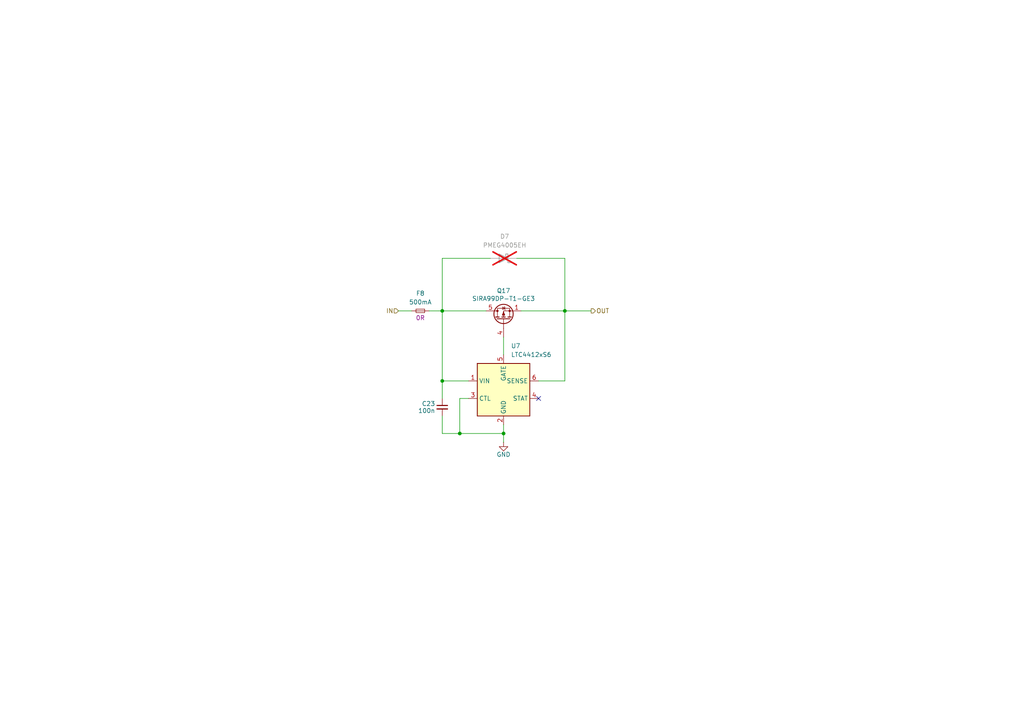
<source format=kicad_sch>
(kicad_sch (version 20250114) (generator "eeschema") (generator_version "9.0")
  (paper "A4")
  (title_block (title "Argus +Z Solar Panel") (date "2025-04-29") (rev "Rev 3.1") (company "Carnegie Mellon University") (comment 1 "N. Khera") (comment 2 "V. Kumar"))
  (lib_symbols
    (symbol "Device:C_Small" (pin_numbers (hide yes)) (pin_names (offset 0.254) (hide yes))
      (property "Reference" "C" (at 0.254 1.778 0))
      (property "Value" "C_Small" (at 0.254 -2.032 0))
      (symbol "C_Small_0_1"
        (polyline (pts (xy -1.524 0.508) (xy 1.524 0.508)) (stroke (width 0.3048)))
        (polyline (pts (xy -1.524 -0.508) (xy 1.524 -0.508)) (stroke (width 0.3302)))
      )
      (symbol "C_Small_1_1"
        (pin passive line (at 0 2.54 270) (length 2.032) (name "~") (number "1"))
        (pin passive line (at 0 -2.54 90) (length 2.032) (name "~") (number "2"))
      )
    )
    (symbol "Device:Fuse_Small" (pin_numbers (hide yes)) (pin_names (offset 0.254) (hide yes))
      (property "Reference" "F" (at 0 -1.524 0))
      (property "Value" "Fuse_Small" (at 0 1.524 0))
      (symbol "Fuse_Small_0_1"
        (rectangle (start -1.27 0.508) (end 1.27 -0.508))
        (polyline (pts (xy -1.27 0) (xy 1.27 0)))
      )
      (symbol "Fuse_Small_1_1"
        (pin passive line (at -2.54 0 0) (length 1.27) (name "~") (number "1"))
        (pin passive line (at 2.54 0 180) (length 1.27) (name "~") (number "2"))
      )
    )
    (symbol "Diode:PMEG4005EH" (pin_numbers (hide yes)) (pin_names (hide yes))
      (property "Reference" "D" (at 0 2.54 0))
      (property "Value" "PMEG4005EH" (at 0 -2.54 0))
      (symbol "PMEG4005EH_0_1"
        (polyline (pts (xy -1.905 0.635) (xy -1.905 1.27) (xy -1.27 1.27) (xy -1.27 -1.27) (xy -0.635 -1.27) (xy -0.635 -0.635)) (stroke (width 0.2032)))
        (polyline (pts (xy 1.27 1.27) (xy 1.27 -1.27) (xy -1.27 0) (xy 1.27 1.27)) (stroke (width 0.2032)))
        (polyline (pts (xy 1.27 0) (xy -1.27 0)))
      )
      (symbol "PMEG4005EH_1_1"
        (pin passive line (at -3.81 0 0) (length 2.54) (name "K") (number "1"))
        (pin passive line (at 3.81 0 180) (length 2.54) (name "A") (number "2"))
      )
    )
    (symbol "Power_Management:LTC4412xS6"
      (property "Reference" "U" (at -6.35 8.89 0))
      (property "Value" "LTC4412xS6" (at 6.35 8.89 0))
      (symbol "LTC4412xS6_0_1"
        (rectangle (start -7.62 7.62) (end 7.62 -7.62) (stroke (width 0.254)) (fill (type background)))
      )
      (symbol "LTC4412xS6_1_1"
        (pin power_in line (at -10.16 2.54 0) (length 2.54) (name "VIN") (number "1"))
        (pin input line (at -10.16 -2.54 0) (length 2.54) (name "CTL") (number "3"))
        (pin output line (at 0 10.16 270) (length 2.54) (name "GATE") (number "5"))
        (pin power_in line (at 0 -10.16 90) (length 2.54) (name "GND") (number "2"))
        (pin input line (at 10.16 2.54 180) (length 2.54) (name "SENSE") (number "6"))
        (pin open_collector line (at 10.16 -2.54 180) (length 2.54) (name "STAT") (number "4"))
      )
    )
    (symbol "Transistor_FET:Si7141DP" (pin_names (hide yes))
      (property "Reference" "Q" (at 5.08 1.905 0))
      (property "Value" "Si7141DP" (at 5.08 0 0))
      (symbol "Si7141DP_0_1"
        (polyline (pts (xy 0.254 1.905) (xy 0.254 -1.905)) (stroke (width 0.254)))
        (polyline (pts (xy 0.254 0) (xy -2.54 0)))
        (polyline (pts (xy 0.762 2.286) (xy 0.762 1.27)) (stroke (width 0.254)))
        (polyline (pts (xy 0.762 1.778) (xy 3.302 1.778) (xy 3.302 -1.778) (xy 0.762 -1.778)))
        (polyline (pts (xy 0.762 0.508) (xy 0.762 -0.508)) (stroke (width 0.254)))
        (polyline (pts (xy 0.762 -1.27) (xy 0.762 -2.286)) (stroke (width 0.254)))
        (circle (center 1.651 0) (radius 2.794) (stroke (width 0.254)))
        (polyline (pts (xy 2.286 0) (xy 1.27 0.381) (xy 1.27 -0.381) (xy 2.286 0)) (fill (type outline)))
        (polyline (pts (xy 2.54 2.54) (xy 2.54 1.778)))
        (circle (center 2.54 1.778) (radius 0.254) (fill (type outline)))
        (circle (center 2.54 -1.778) (radius 0.254) (fill (type outline)))
        (polyline (pts (xy 2.54 -2.54) (xy 2.54 0) (xy 0.762 0)))
        (polyline (pts (xy 2.794 -0.508) (xy 2.921 -0.381) (xy 3.683 -0.381) (xy 3.81 -0.254)))
        (polyline (pts (xy 3.302 -0.381) (xy 2.921 0.254) (xy 3.683 0.254) (xy 3.302 -0.381)))
      )
      (symbol "Si7141DP_1_1"
        (pin input line (at -5.08 0 0) (length 2.54) (name "G") (number "4"))
        (pin passive line (at 2.54 5.08 270) (length 2.54) (name "D") (number "5"))
        (pin passive line (at 2.54 -5.08 90) (length 2.54) (name "S") (number "1"))
        (pin passive line (at 2.54 -5.08 90) (length 2.54) (hide yes) (name "S") (number "2"))
        (pin passive line (at 2.54 -5.08 90) (length 2.54) (hide yes) (name "S") (number "3"))
      )
    )
    (symbol "power:GND" (power) (pin_numbers (hide yes)) (pin_names (offset 0) (hide yes))
      (property "Value" "GND" (at 0 -3.81 0))
      (symbol "GND_0_1"
        (polyline (pts (xy 0 0) (xy 0 -1.27) (xy 1.27 -1.27) (xy 0 -2.54) (xy -1.27 -1.27) (xy 0 -1.27)))
      )
      (symbol "GND_1_1"
        (pin power_in line (at 0 0 270) (length 0) (name "~") (number "1"))
      )
    )
  )
  (junction (at 146.05 125.73))
  (junction (at 133.35 125.73))
  (junction (at 163.83 90.17))
  (junction (at 128.27 110.49))
  (junction (at 128.27 90.17))
  (no_connect (at 156.21 115.57))
  (wire (pts (xy 149.86 74.93) (xy 163.83 74.93)))
  (wire (pts (xy 146.05 125.73) (xy 133.35 125.73)))
  (wire (pts (xy 163.83 90.17) (xy 163.83 74.93)))
  (wire (pts (xy 133.35 125.73) (xy 128.27 125.73)))
  (wire (pts (xy 124.46 90.17) (xy 128.27 90.17)))
  (wire (pts (xy 128.27 125.73) (xy 128.27 120.65)))
  (wire (pts (xy 151.13 90.17) (xy 163.83 90.17)))
  (wire (pts (xy 128.27 90.17) (xy 140.97 90.17)))
  (wire (pts (xy 146.05 125.73) (xy 146.05 128.27)))
  (wire (pts (xy 128.27 90.17) (xy 128.27 110.49)))
  (wire (pts (xy 156.21 110.49) (xy 163.83 110.49)))
  (wire (pts (xy 146.05 102.87) (xy 146.05 97.79)))
  (wire (pts (xy 142.24 74.93) (xy 128.27 74.93)))
  (wire (pts (xy 163.83 90.17) (xy 171.45 90.17)))
  (wire (pts (xy 115.57 90.17) (xy 119.38 90.17)))
  (wire (pts (xy 128.27 74.93) (xy 128.27 90.17)))
  (wire (pts (xy 163.83 90.17) (xy 163.83 110.49)))
  (wire (pts (xy 133.35 125.73) (xy 133.35 115.57)))
  (wire (pts (xy 135.89 115.57) (xy 133.35 115.57)))
  (wire (pts (xy 128.27 110.49) (xy 128.27 115.57)))
  (wire (pts (xy 146.05 125.73) (xy 146.05 123.19)))
  (wire (pts (xy 135.89 110.49) (xy 128.27 110.49)))
  (hierarchical_label "IN" (shape input) (at 115.57 90.17 180))
  (hierarchical_label "OUT" (shape output) (at 171.45 90.17 0))
  (symbol (lib_id "Diode:PMEG4005EH") (at 146.05 74.93 180) (unit 1) (in_bom no) (dnp yes)
    (property "Reference" "D7" (at 146.3675 68.58 0))
    (property "Value" "PMEG4005EH" (at 146.3675 71.12 0))
    (property "Footprint" "Diode_SMD:D_SOD-123F" (effects (hide yes)))
    (property "Datasheet" "https://assets.nexperia.com/documents/data-sheet/PMEGXX05EH_EJ_SER.pdf" (effects (hide yes)))
    (property "Description" "40V, 500mA very low Vf MEGA Schottky barrier rectifier, SOD-123F" (effects (hide yes)))
  )
  (symbol (lib_id "Device:Fuse_Small") (at 121.92 90.17 180) (unit 1)
    (property "Reference" "F8" (at 121.92 85.09 0))
    (property "Value" "500mA" (at 121.92 87.63 0))
    (property "Footprint" "Fuse:Fuse_0603_1608Metric" (effects (hide yes)))
    (property "Description" "Fuse, small symbol" (effects (hide yes)))
    (property "Flight" "0R" (at 121.92 92.202 0))
  )
  (symbol (lib_id "power:GND") (at 146.05 128.27 0) (mirror y) (unit 1)
    (property "Reference" "#PWR021" (effects (hide yes)))
    (property "Value" "GND" (at 146.05 131.826 0))
    (property "Description" "Power symbol creates a global label with name \"GND\" , ground" (effects (hide yes)))
  )
  (symbol (lib_id "Device:C_Small") (at 128.27 118.11 0) (mirror y) (unit 1)
    (property "Reference" "C23" (at 126.238 117.094 0) (effects (justify left)))
    (property "Value" "100n" (at 126.238 119.126 0) (effects (justify left)))
    (property "Footprint" "Capacitor_SMD:C_0603_1608Metric" (effects (hide yes)))
    (property "Description" "Unpolarized capacitor, small symbol" (effects (hide yes)))
    (property "MPN" "C307348" (effects (hide yes)))
  )
  (symbol (lib_id "Transistor_FET:Si7141DP") (at 146.05 92.71 90) (unit 1)
    (property "Reference" "Q17" (at 146.05 84.328 90))
    (property "Value" "SIRA99DP-T1-GE3" (at 146.05 86.614 90))
    (property "Footprint" "Package_SO:PowerPAK_SO-8_Single" (effects (hide yes)))
    (property "Datasheet" "https://www.vishay.com/docs/65596/si7141dp.pdf" (effects (hide yes)))
    (property "Description" "-60A Id, -20V Vds, 1.9 mOhm Ron, PowerPAK-8" (effects (hide yes)))
    (property "MPN" "C3289459" (effects (hide yes)))
  )
  (symbol (lib_id "Power_Management:LTC4412xS6") (at 146.05 113.03 0) (unit 1)
    (property "Reference" "U7" (at 148.1933 100.33 0) (effects (justify left)))
    (property "Value" "LTC4412xS6" (at 148.1933 102.87 0) (effects (justify left)))
    (property "Footprint" "Package_TO_SOT_SMD:TSOT-23-6" (effects (hide yes)))
    (property "Datasheet" "https://www.analog.com/media/en/technical-documentation/data-sheets/4412fb.pdf" (effects (hide yes)))
    (property "Description" "Low Loss PowerPath Controller, TSOT-23-6" (effects (hide yes)))
  )
)
</source>
